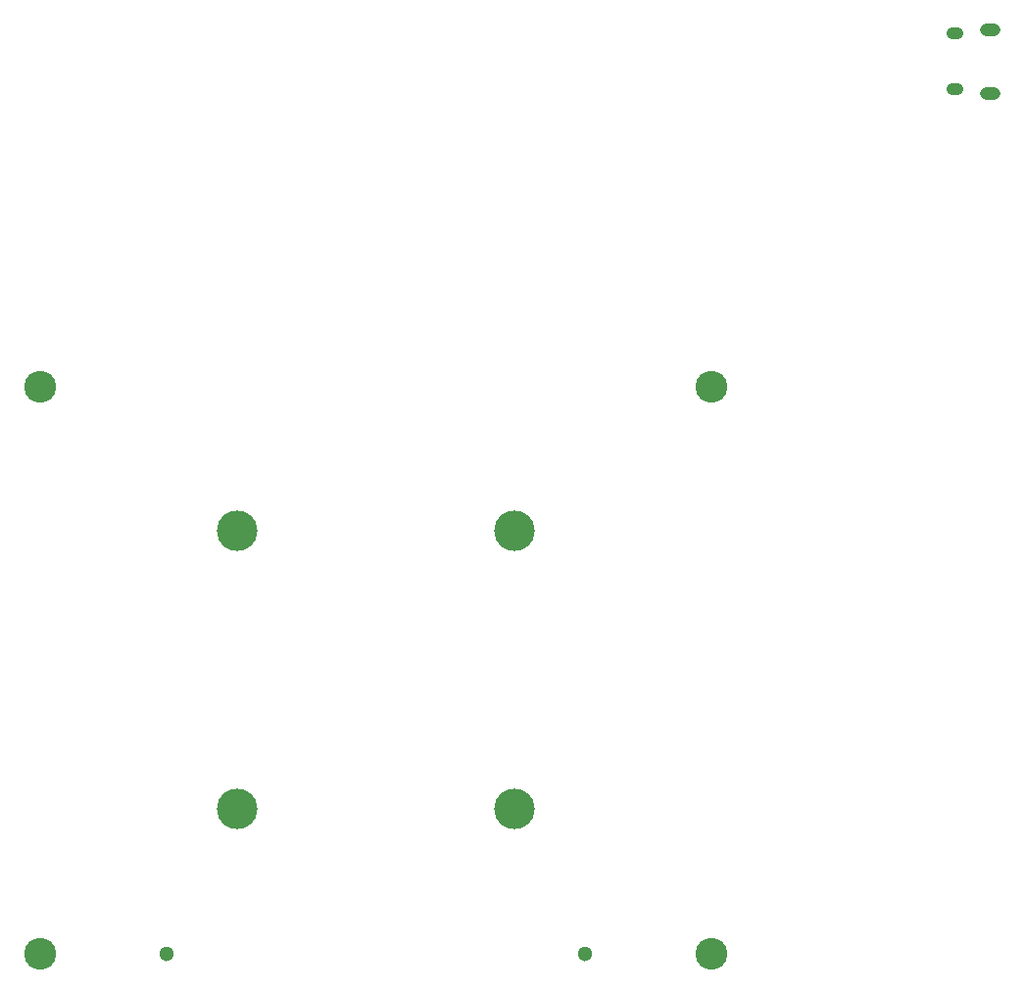
<source format=gbr>
%TF.GenerationSoftware,KiCad,Pcbnew,8.0.3+1*%
%TF.CreationDate,2024-07-23T19:13:49+00:00*%
%TF.ProjectId,OpenMowerMainboard,4f70656e-4d6f-4776-9572-4d61696e626f,rev?*%
%TF.SameCoordinates,Original*%
%TF.FileFunction,NonPlated,1,2,NPTH,Mixed*%
%TF.FilePolarity,Positive*%
%FSLAX46Y46*%
G04 Gerber Fmt 4.6, Leading zero omitted, Abs format (unit mm)*
G04 Created by KiCad (PCBNEW 8.0.3+1) date 2024-07-23 19:13:49*
%MOMM*%
%LPD*%
G01*
G04 APERTURE LIST*
G04 aperture for slot hole*
%TA.AperFunction,ComponentDrill*%
%ADD10C,1.050000*%
%TD*%
G04 aperture for slot hole*
%TA.AperFunction,ComponentDrill*%
%ADD11C,1.100000*%
%TD*%
%TA.AperFunction,ComponentDrill*%
%ADD12C,1.300000*%
%TD*%
%TA.AperFunction,ComponentDrill*%
%ADD13C,2.750000*%
%TD*%
%TA.AperFunction,ComponentDrill*%
%ADD14C,3.500000*%
%TD*%
G04 APERTURE END LIST*
D10*
%TO.C,U11*%
X295496544Y-73530104D02*
X295896544Y-73530104D01*
X295496544Y-78380104D02*
X295896544Y-78380104D01*
D11*
X298376544Y-73230104D02*
X299076544Y-73230104D01*
X298376544Y-78680104D02*
X299076544Y-78680104D01*
D12*
%TO.C,J21*%
X227590000Y-153093000D03*
X263790000Y-153093000D03*
D13*
%TO.C,MH3*%
X216690000Y-104093000D03*
%TO.C,MH2*%
X216690000Y-153093000D03*
%TO.C,MH4*%
X274690000Y-104093000D03*
%TO.C,MH1*%
X274690000Y-153093000D03*
D14*
%TO.C,MH7*%
X233690000Y-116593000D03*
%TO.C,MH6*%
X233690000Y-140593000D03*
%TO.C,MH8*%
X257690000Y-116593000D03*
%TO.C,MH5*%
X257690000Y-140593000D03*
M02*

</source>
